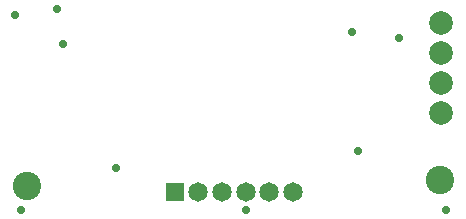
<source format=gbs>
G04 EAGLE Gerber RS-274X export*
G75*
%MOMM*%
%FSLAX34Y34*%
%LPD*%
%INSoldermask Bottom*%
%IPPOS*%
%AMOC8*
5,1,8,0,0,1.08239X$1,22.5*%
G01*
G04 Define Apertures*
%ADD10C,2.403200*%
%ADD11C,2.003200*%
%ADD12R,1.643200X1.643200*%
%ADD13C,1.643200*%
%ADD14C,0.705600*%
D10*
X-175000Y-160000D03*
X175000Y-155000D03*
D11*
X175500Y-22400D03*
X175500Y-47800D03*
X175500Y-73200D03*
X175500Y-98600D03*
D12*
X-50000Y-165100D03*
D13*
X-30000Y-165100D03*
X-10000Y-165100D03*
X10000Y-165100D03*
X30000Y-165100D03*
X50000Y-165100D03*
D14*
X-185000Y-15000D03*
X-180000Y-180000D03*
X180000Y-180000D03*
X140000Y-35000D03*
X-145000Y-40000D03*
X-150000Y-10000D03*
X-100000Y-145000D03*
X10000Y-180000D03*
X105000Y-130000D03*
X100000Y-30000D03*
M02*

</source>
